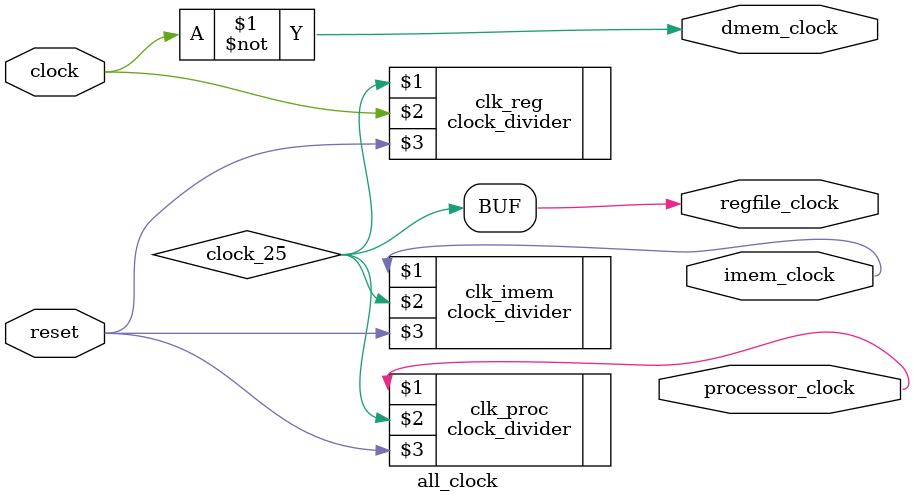
<source format=v>
module all_clock(imem_clock, dmem_clock, processor_clock, regfile_clock, clock, reset);
	output imem_clock, dmem_clock, processor_clock, regfile_clock;
	input clock, reset;
	
	wire clock_25;
	
	assign dmem_clock = ~clock;
	clock_divider clk_reg(clock_25, clock, reset);	//  25MHz
	assign regfile_clock = clock_25;
	clock_divider clk_proc(processor_clock, clock_25, reset);	//  12.5MHz
	clock_divider clk_imem(imem_clock, clock_25, reset);	//  12.5MHz
	//clock_divider clk_test_reg(regfile_clock, clock_25, reset);  //  12.5MHz
	
endmodule
</source>
